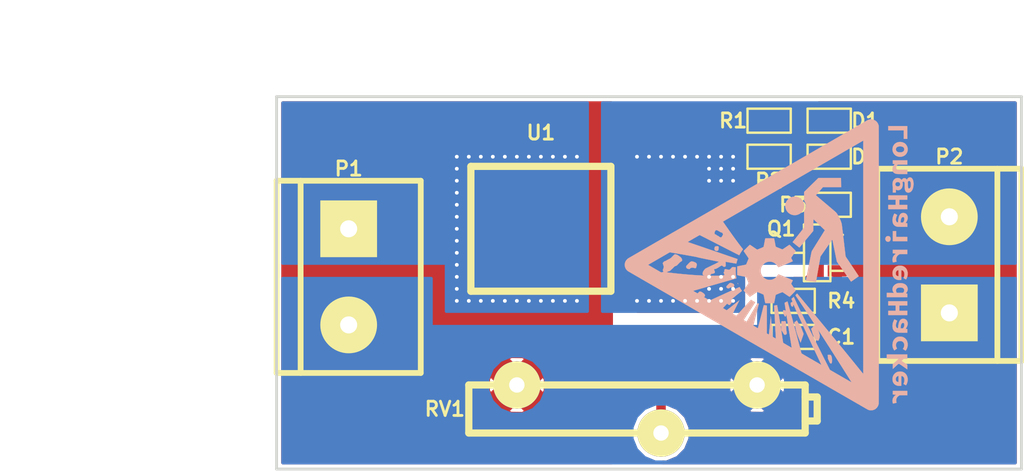
<source format=kicad_pcb>
(kicad_pcb (version 4) (host pcbnew 4.0.4-stable)
  (layers (0 F.Cu signal) (31 B.Cu signal hide) (34 B.Paste user) (35 F.Paste user) (36 B.SilkS user) (37 F.SilkS user) (38 B.Mask user) (39 F.Mask user) (44 Edge.Cuts user))
  (net 0 "")
  (net 1 VCC)
  (net 2 GND)
  (net 3 "Net-(D1-Pad1)")
  (net 4 "Net-(D2-Pad1)")
  (net 5 "Net-(P2-Pad2)")
  (net 6 "Net-(R3-Pad1)")
  (net 7 "Net-(Q1-Pad2)")
  (net 8 "Net-(Q1-Pad3)")
  (net 9 "Net-(C1-Pad1)")
  (module connect:bornier2 (layer F.Cu) (at 162.56 73.66 90)
    (fp_text reference P2 (at 5.715 0 180) (layer F.SilkS) (effects (font (size 0.75 0.75))))
    (fp_text value CONN_2 hide)
    (pad 1 thru_hole rect (at -2.54 0 90) (size 3 3) (drill 0.9) (layers *.Cu *.Mask F.SilkS) (net 2 GND))
    (pad 2 thru_hole circle (at 2.54 0 90) (size 3 3) (drill 0.9) (layers *.Cu *.Mask F.SilkS) (net 5 "Net-(P2-Pad2)"))
  )
  (module libcms:SM0603 (layer F.Cu) (at 156.21 66.04)
    (fp_text reference D1 (at 1.905 0) (layer F.SilkS) (effects (font (size 0.75 0.75))))
    (fp_text value LED hide)
    (pad 1 smd rect (at -0.762 0) (size 0.635 1.143) (layers F.Cu F.Paste F.Mask) (net 3 "Net-(D1-Pad1)"))
    (pad 2 smd rect (at 0.762 0) (size 0.635 1.143) (layers F.Cu F.Paste F.Mask) (net 2 GND))
  )
  (module libcms:SM0603 (layer F.Cu) (at 156.21 67.945)
    (fp_text reference D2 (at 1.905 0) (layer F.SilkS) (effects (font (size 0.75 0.75))))
    (fp_text value LED hide)
    (pad 1 smd rect (at -0.762 0) (size 0.635 1.143) (layers F.Cu F.Paste F.Mask) (net 4 "Net-(D2-Pad1)"))
    (pad 2 smd rect (at 0.762 0) (size 0.635 1.143) (layers F.Cu F.Paste F.Mask) (net 2 GND))
  )
  (module connect:bornier2 (layer F.Cu) (at 130.81 74.295 270)
    (fp_text reference P1 (at -5.715 0 360) (layer F.SilkS) (effects (font (size 0.75 0.75))))
    (fp_text value CONN_2 hide)
    (pad 1 thru_hole rect (at -2.54 0 270) (size 3 3) (drill 0.9) (layers *.Cu *.Mask F.SilkS) (net 1 VCC))
    (pad 2 thru_hole circle (at 2.54 0 270) (size 3 3) (drill 0.9) (layers *.Cu *.Mask F.SilkS) (net 2 GND))
  )
  (module libcms:SM0603 (layer F.Cu) (at 153.035 66.04)
    (fp_text reference R1 (at -1.905 0) (layer F.SilkS) (effects (font (size 0.75 0.75))))
    (fp_text value R hide)
    (pad 1 smd rect (at -0.762 0) (size 0.635 1.143) (layers F.Cu F.Paste F.Mask) (net 1 VCC))
    (pad 2 smd rect (at 0.762 0) (size 0.635 1.143) (layers F.Cu F.Paste F.Mask) (net 3 "Net-(D1-Pad1)"))
  )
  (module libcms:SM0603 (layer F.Cu) (at 153.035 67.945)
    (fp_text reference R2 (at 0 1.27) (layer F.SilkS) (effects (font (size 0.75 0.75))))
    (fp_text value R hide)
    (pad 1 smd rect (at -0.762 0) (size 0.635 1.143) (layers F.Cu F.Paste F.Mask) (net 5 "Net-(P2-Pad2)"))
    (pad 2 smd rect (at 0.762 0) (size 0.635 1.143) (layers F.Cu F.Paste F.Mask) (net 4 "Net-(D2-Pad1)"))
  )
  (module libcms:SM0603 (layer F.Cu) (at 154.305 75.565)
    (fp_text reference R4 (at 2.54 0) (layer F.SilkS) (effects (font (size 0.75 0.75))))
    (fp_text value 4.7k hide)
    (pad 1 smd rect (at -0.762 0) (size 0.635 1.143) (layers F.Cu F.Paste F.Mask) (net 9 "Net-(C1-Pad1)"))
    (pad 2 smd rect (at 0.762 0) (size 0.635 1.143) (layers F.Cu F.Paste F.Mask) (net 7 "Net-(Q1-Pad2)"))
  )
  (module to252-5:TO252-5L (layer F.Cu) (at 140.97 71.755 90)
    (fp_text reference U1 (at 5.08 0 180) (layer F.SilkS) (effects (font (size 0.75 0.75))))
    (fp_text value BTS6143 hide)
    (pad 3 smd rect (at 0 0 90) (size 6.25094 6.79958) (layers F.Cu F.Paste F.Mask) (net 1 VCC) (clearance 0.14986))
    (pad 1 smd rect (at -2.54 6.59892 90) (size 0.81026 2.99974) (layers F.Cu F.Paste F.Mask) (net 5 "Net-(P2-Pad2)"))
    (pad 2 smd rect (at -1.27 6.59892 90) (size 0.81026 2.99974) (layers F.Cu F.Paste F.Mask) (net 8 "Net-(Q1-Pad3)"))
    (pad 4 smd rect (at 1.27 6.59892 90) (size 0.81026 2.99974) (layers F.Cu F.Paste F.Mask) (net 6 "Net-(R3-Pad1)"))
    (pad 5 smd rect (at 2.54 6.59892 90) (size 0.81026 2.99974) (layers F.Cu F.Paste F.Mask) (net 5 "Net-(P2-Pad2)"))
  )
  (module libcms:SM0603 (layer F.Cu) (at 156.21 70.485)
    (fp_text reference R3 (at -1.905 0) (layer F.SilkS) (effects (font (size 0.75 0.75))))
    (fp_text value R hide)
    (pad 1 smd rect (at -0.762 0) (size 0.635 1.143) (layers F.Cu F.Paste F.Mask) (net 6 "Net-(R3-Pad1)"))
    (pad 2 smd rect (at 0.762 0) (size 0.635 1.143) (layers F.Cu F.Paste F.Mask) (net 2 GND))
  )
  (module misc:trimmer1 (layer F.Cu) (at 146.05 81.28 180)
    (fp_text reference RV1 (at 10.16 0 180) (layer F.SilkS) (effects (font (size 0.75 0.75))))
    (fp_text value 10k hide)
    (pad 1 thru_hole circle (at -6.35 1.27 180) (size 2.49936 2.49936) (drill 0.8128) (layers *.Cu *.Mask F.SilkS) (net 2 GND))
    (pad 2 thru_hole circle (at -1.27 -1.27 180) (size 2.49936 2.49936) (drill 0.8128) (layers *.Cu *.Mask F.SilkS) (net 9 "Net-(C1-Pad1)"))
    (pad 3 thru_hole circle (at 6.35 1.27 180) (size 2.49936 2.49936) (drill 0.8128) (layers *.Cu *.Mask F.SilkS) (net 1 VCC))
  )
  (module misc:sot23BEC (layer F.Cu) (at 155.575 73.025 90)
    (fp_text reference Q1 (at 1.27 -1.905 180) (layer F.SilkS) (effects (font (size 0.75 0.75))))
    (fp_text value "BC 850C" hide)
    (pad 2 smd rect (at -0.9525 1.05664 90) (size 0.59944 1.00076) (layers F.Cu F.Paste F.Mask) (net 7 "Net-(Q1-Pad2)"))
    (pad 3 smd rect (at 0 -1.05664 90) (size 0.59944 1.00076) (layers F.Cu F.Paste F.Mask) (net 8 "Net-(Q1-Pad3)"))
    (pad 1 smd rect (at 0.9525 1.05664 90) (size 0.59944 1.00076) (layers F.Cu F.Paste F.Mask) (net 2 GND))
  )
  (module libcms:SM0603 (layer F.Cu) (at 154.305 77.47)
    (fp_text reference C1 (at 2.54 0) (layer F.SilkS) (effects (font (size 0.75 0.75))))
    (fp_text value 100nf hide)
    (pad 1 smd rect (at -0.762 0) (size 0.635 1.143) (layers F.Cu F.Paste F.Mask) (net 9 "Net-(C1-Pad1)"))
    (pad 2 smd rect (at 0.762 0) (size 0.635 1.143) (layers F.Cu F.Paste F.Mask) (net 2 GND))
  )
  (module misc:logo (layer B.Cu) (at 153.035 73.66 270)
    (fp_text reference G*** hide)
    (fp_text value LOGO hide)
  )
  (gr_line (start 166.37 64.77) (end 127 64.77) (angle 90) (layer Edge.Cuts) (width 0.15))
  (gr_line (start 127 84.455) (end 166.37 84.455) (angle 90) (layer Edge.Cuts) (width 0.15))
  (gr_line (start 127 64.77) (end 127 84.455) (angle 90) (layer Edge.Cuts) (width 0.15))
  (gr_line (start 166.37 64.77) (end 166.37 84.455) (angle 90) (layer Edge.Cuts) (width 0.15))
  (via (at 141.605 75.565) (size 0.6) (drill 0.2) (layers F.Cu B.Cu) (net 1))
  (via (at 140.97 75.565) (size 0.6) (drill 0.2) (layers F.Cu B.Cu) (net 1))
  (via (at 140.335 75.565) (size 0.6) (drill 0.2) (layers F.Cu B.Cu) (net 1))
  (via (at 139.7 75.565) (size 0.6) (drill 0.2) (layers F.Cu B.Cu) (net 1))
  (via (at 139.065 75.565) (size 0.6) (drill 0.2) (layers F.Cu B.Cu) (net 1))
  (via (at 138.43 75.565) (size 0.6) (drill 0.2) (layers F.Cu B.Cu) (net 1))
  (via (at 137.795 75.565) (size 0.6) (drill 0.2) (layers F.Cu B.Cu) (net 1))
  (via (at 137.16 75.565) (size 0.6) (drill 0.2) (layers F.Cu B.Cu) (net 1))
  (via (at 136.525 75.565) (size 0.6) (drill 0.2) (layers F.Cu B.Cu) (net 1))
  (via (at 136.525 74.93) (size 0.6) (drill 0.2) (layers F.Cu B.Cu) (net 1))
  (via (at 136.525 74.295) (size 0.6) (drill 0.2) (layers F.Cu B.Cu) (net 1))
  (via (at 136.525 73.66) (size 0.6) (drill 0.2) (layers F.Cu B.Cu) (net 1))
  (via (at 136.525 73.025) (size 0.6) (drill 0.2) (layers F.Cu B.Cu) (net 1))
  (via (at 136.525 72.39) (size 0.6) (drill 0.2) (layers F.Cu B.Cu) (net 1))
  (via (at 136.525 71.755) (size 0.6) (drill 0.2) (layers F.Cu B.Cu) (net 1))
  (via (at 136.525 71.12) (size 0.6) (drill 0.2) (layers F.Cu B.Cu) (net 1))
  (via (at 136.525 70.485) (size 0.6) (drill 0.2) (layers F.Cu B.Cu) (net 1))
  (via (at 136.525 69.85) (size 0.6) (drill 0.2) (layers F.Cu B.Cu) (net 1))
  (via (at 136.525 69.215) (size 0.6) (drill 0.2) (layers F.Cu B.Cu) (net 1))
  (via (at 136.525 68.58) (size 0.6) (drill 0.2) (layers F.Cu B.Cu) (net 1))
  (via (at 136.525 67.945) (size 0.6) (drill 0.2) (layers F.Cu B.Cu) (net 1))
  (via (at 142.24 75.565) (size 0.6) (drill 0.2) (layers F.Cu B.Cu) (net 1))
  (via (at 142.875 75.565) (size 0.6) (drill 0.2) (layers F.Cu B.Cu) (net 1))
  (segment (start 140.97 75.565) (end 141.605 75.565) (width 0.5) (layer F.Cu) (net 1))
  (segment (start 141.605 75.565) (end 142.24 75.565) (width 0.5) (layer F.Cu) (net 1))
  (segment (start 142.24 75.565) (end 142.875 75.565) (width 0.5) (layer F.Cu) (net 1))
  (segment (start 140.97 71.755) (end 136.525 71.755) (width 0.5) (layer F.Cu) (net 1))
  (segment (start 140.97 75.565) (end 140.97 71.755) (width 0.5) (layer F.Cu) (net 1))
  (segment (start 137.16 67.945) (end 136.525 67.945) (width 0.5) (layer F.Cu) (net 1))
  (segment (start 136.525 67.945) (end 136.525 68.58) (width 0.5) (layer F.Cu) (net 1))
  (segment (start 136.525 68.58) (end 136.525 69.215) (width 0.5) (layer F.Cu) (net 1))
  (segment (start 136.525 69.215) (end 136.525 69.85) (width 0.5) (layer F.Cu) (net 1))
  (segment (start 136.525 69.85) (end 136.525 70.485) (width 0.5) (layer F.Cu) (net 1))
  (segment (start 136.525 70.485) (end 136.525 71.12) (width 0.5) (layer F.Cu) (net 1))
  (segment (start 136.525 71.12) (end 136.525 71.755) (width 0.5) (layer F.Cu) (net 1))
  (via (at 137.16 67.945) (size 0.6) (drill 0.2) (layers F.Cu B.Cu) (net 1))
  (segment (start 137.16 67.945) (end 137.795 67.945) (width 0.5) (layer F.Cu) (net 1))
  (segment (start 138.43 67.945) (end 137.795 67.945) (width 0.5) (layer F.Cu) (net 1))
  (segment (start 139.065 67.945) (end 138.43 67.945) (width 0.5) (layer F.Cu) (net 1))
  (segment (start 139.7 67.945) (end 139.065 67.945) (width 0.5) (layer F.Cu) (net 1))
  (segment (start 140.335 67.945) (end 139.7 67.945) (width 0.5) (layer F.Cu) (net 1))
  (segment (start 140.97 67.945) (end 140.335 67.945) (width 0.5) (layer F.Cu) (net 1))
  (via (at 140.97 67.945) (size 0.6) (drill 0.2) (layers F.Cu B.Cu) (net 1))
  (via (at 140.335 67.945) (size 0.6) (drill 0.2) (layers F.Cu B.Cu) (net 1))
  (via (at 139.7 67.945) (size 0.6) (drill 0.2) (layers F.Cu B.Cu) (net 1))
  (via (at 139.065 67.945) (size 0.6) (drill 0.2) (layers F.Cu B.Cu) (net 1))
  (via (at 138.43 67.945) (size 0.6) (drill 0.2) (layers F.Cu B.Cu) (net 1))
  (via (at 137.795 67.945) (size 0.6) (drill 0.2) (layers F.Cu B.Cu) (net 1))
  (segment (start 140.97 67.945) (end 140.97 71.755) (width 0.5) (layer F.Cu) (net 1))
  (segment (start 136.525 75.565) (end 137.16 75.565) (width 0.5) (layer F.Cu) (net 1))
  (segment (start 137.16 75.565) (end 137.795 75.565) (width 0.5) (layer F.Cu) (net 1))
  (segment (start 137.795 75.565) (end 138.43 75.565) (width 0.5) (layer F.Cu) (net 1))
  (segment (start 138.43 75.565) (end 139.065 75.565) (width 0.5) (layer F.Cu) (net 1))
  (segment (start 139.065 75.565) (end 139.7 75.565) (width 0.5) (layer F.Cu) (net 1))
  (segment (start 139.7 75.565) (end 140.335 75.565) (width 0.5) (layer F.Cu) (net 1))
  (segment (start 140.335 75.565) (end 140.97 75.565) (width 0.5) (layer F.Cu) (net 1))
  (segment (start 136.525 71.755) (end 136.525 72.39) (width 0.5) (layer F.Cu) (net 1))
  (segment (start 136.525 72.39) (end 136.525 73.025) (width 0.5) (layer F.Cu) (net 1))
  (segment (start 136.525 73.025) (end 136.525 73.66) (width 0.5) (layer F.Cu) (net 1))
  (segment (start 136.525 73.66) (end 136.525 74.295) (width 0.5) (layer F.Cu) (net 1))
  (segment (start 136.525 74.295) (end 136.525 74.93) (width 0.5) (layer F.Cu) (net 1))
  (segment (start 136.525 74.93) (end 136.525 75.565) (width 0.5) (layer F.Cu) (net 1))
  (via (at 141.605 67.945) (size 0.6) (drill 0.2) (layers F.Cu B.Cu) (net 1))
  (via (at 142.24 67.945) (size 0.6) (drill 0.2) (layers F.Cu B.Cu) (net 1))
  (via (at 142.875 67.945) (size 0.6) (drill 0.2) (layers F.Cu B.Cu) (net 1))
  (segment (start 140.97 67.945) (end 141.605 67.945) (width 0.5) (layer F.Cu) (net 1))
  (segment (start 141.605 67.945) (end 142.24 67.945) (width 0.5) (layer F.Cu) (net 1))
  (segment (start 142.24 67.945) (end 142.875 67.945) (width 0.5) (layer F.Cu) (net 1))
  (segment (start 152.273 66.04) (end 142.24 66.04) (width 0.5) (layer F.Cu) (net 1))
  (segment (start 140.97 67.31) (end 140.97 67.945) (width 0.5) (layer F.Cu) (net 1))
  (segment (start 142.24 66.04) (end 140.97 67.31) (width 0.5) (layer F.Cu) (net 1))
  (segment (start 153.797 66.04) (end 155.448 66.04) (width 0.75) (layer F.Cu) (net 3))
  (segment (start 153.797 67.945) (end 155.448 67.945) (width 0.75) (layer F.Cu) (net 4))
  (via (at 150.495 69.215) (size 0.6) (drill 0.2) (layers F.Cu B.Cu) (net 5))
  (via (at 149.86 69.215) (size 0.6) (drill 0.2) (layers F.Cu B.Cu) (net 5))
  (via (at 149.86 74.295) (size 0.6) (drill 0.2) (layers F.Cu B.Cu) (net 5))
  (segment (start 151.13 74.93) (end 151.13 74.295) (width 0.5) (layer F.Cu) (net 5))
  (segment (start 150.495 74.295) (end 151.13 74.295) (width 0.5) (layer F.Cu) (net 5))
  (segment (start 150.495 74.295) (end 149.86 74.295) (width 0.5) (layer F.Cu) (net 5))
  (via (at 151.13 74.93) (size 0.6) (drill 0.2) (layers F.Cu B.Cu) (net 5))
  (via (at 151.13 74.295) (size 0.6) (drill 0.2) (layers F.Cu B.Cu) (net 5))
  (via (at 150.495 74.295) (size 0.6) (drill 0.2) (layers F.Cu B.Cu) (net 5))
  (via (at 149.86 74.93) (size 0.6) (drill 0.2) (layers F.Cu B.Cu) (net 5))
  (segment (start 149.86 74.93) (end 150.495 74.93) (width 0.5) (layer F.Cu) (net 5))
  (segment (start 150.495 74.93) (end 151.13 74.93) (width 0.5) (layer F.Cu) (net 5))
  (via (at 150.495 74.93) (size 0.6) (drill 0.2) (layers F.Cu B.Cu) (net 5))
  (via (at 151.13 75.565) (size 0.6) (drill 0.2) (layers F.Cu B.Cu) (net 5))
  (via (at 150.495 75.565) (size 0.6) (drill 0.2) (layers F.Cu B.Cu) (net 5))
  (via (at 149.86 75.565) (size 0.6) (drill 0.2) (layers F.Cu B.Cu) (net 5))
  (via (at 149.225 75.565) (size 0.6) (drill 0.2) (layers F.Cu B.Cu) (net 5))
  (via (at 148.59 75.565) (size 0.6) (drill 0.2) (layers F.Cu B.Cu) (net 5))
  (segment (start 148.59 75.565) (end 149.225 75.565) (width 0.5) (layer F.Cu) (net 5))
  (segment (start 149.225 75.565) (end 149.86 75.565) (width 0.5) (layer F.Cu) (net 5))
  (segment (start 149.86 75.565) (end 150.495 75.565) (width 0.5) (layer F.Cu) (net 5))
  (segment (start 151.13 75.565) (end 150.495 75.565) (width 0.5) (layer F.Cu) (net 5))
  (via (at 147.32 75.565) (size 0.6) (drill 0.2) (layers F.Cu B.Cu) (net 5))
  (via (at 147.955 75.565) (size 0.6) (drill 0.2) (layers F.Cu B.Cu) (net 5))
  (segment (start 147.955 75.565) (end 147.32 75.565) (width 0.5) (layer F.Cu) (net 5))
  (segment (start 147.955 75.565) (end 148.59 75.565) (width 0.5) (layer F.Cu) (net 5))
  (segment (start 151.13 74.93) (end 151.13 75.565) (width 0.5) (layer F.Cu) (net 5))
  (via (at 151.13 69.215) (size 0.6) (drill 0.2) (layers F.Cu B.Cu) (net 5))
  (via (at 151.13 68.58) (size 0.6) (drill 0.2) (layers F.Cu B.Cu) (net 5))
  (via (at 150.495 68.58) (size 0.6) (drill 0.2) (layers F.Cu B.Cu) (net 5))
  (segment (start 149.86 69.215) (end 150.495 69.215) (width 0.5) (layer F.Cu) (net 5))
  (segment (start 150.495 69.215) (end 151.13 69.215) (width 0.5) (layer F.Cu) (net 5))
  (segment (start 151.13 69.215) (end 151.13 68.58) (width 0.5) (layer F.Cu) (net 5))
  (segment (start 150.495 68.58) (end 151.13 68.58) (width 0.5) (layer F.Cu) (net 5))
  (segment (start 149.86 68.58) (end 150.495 68.58) (width 0.5) (layer F.Cu) (net 5))
  (via (at 149.86 68.58) (size 0.6) (drill 0.2) (layers F.Cu B.Cu) (net 5))
  (segment (start 151.13 68.58) (end 151.13 67.945) (width 0.5) (layer F.Cu) (net 5))
  (via (at 151.13 67.945) (size 0.6) (drill 0.2) (layers F.Cu B.Cu) (net 5))
  (segment (start 151.13 67.945) (end 150.495 67.945) (width 0.5) (layer F.Cu) (net 5))
  (segment (start 149.86 67.945) (end 150.495 67.945) (width 0.5) (layer F.Cu) (net 5))
  (segment (start 149.225 67.945) (end 149.86 67.945) (width 0.5) (layer F.Cu) (net 5))
  (segment (start 148.59 67.945) (end 149.225 67.945) (width 0.5) (layer F.Cu) (net 5))
  (segment (start 147.955 67.945) (end 148.59 67.945) (width 0.5) (layer F.Cu) (net 5))
  (segment (start 147.32 67.945) (end 147.955 67.945) (width 0.5) (layer F.Cu) (net 5))
  (via (at 147.32 67.945) (size 0.6) (drill 0.2) (layers F.Cu B.Cu) (net 5))
  (via (at 147.955 67.945) (size 0.6) (drill 0.2) (layers F.Cu B.Cu) (net 5))
  (via (at 148.59 67.945) (size 0.6) (drill 0.2) (layers F.Cu B.Cu) (net 5))
  (via (at 149.225 67.945) (size 0.6) (drill 0.2) (layers F.Cu B.Cu) (net 5))
  (via (at 149.86 67.945) (size 0.6) (drill 0.2) (layers F.Cu B.Cu) (net 5))
  (via (at 150.495 67.945) (size 0.6) (drill 0.2) (layers F.Cu B.Cu) (net 5))
  (via (at 146.685 75.565) (size 0.6) (drill 0.2) (layers F.Cu B.Cu) (net 5))
  (segment (start 146.685 75.565) (end 147.32 75.565) (width 0.5) (layer F.Cu) (net 5))
  (via (at 146.05 75.565) (size 0.6) (drill 0.2) (layers F.Cu B.Cu) (net 5))
  (segment (start 146.05 75.565) (end 146.685 75.565) (width 0.5) (layer F.Cu) (net 5))
  (segment (start 147.56892 75.31608) (end 147.32 75.565) (width 0.5) (layer F.Cu) (net 5))
  (segment (start 147.56892 74.295) (end 147.56892 75.31608) (width 0.5) (layer F.Cu) (net 5))
  (segment (start 149.86 69.215) (end 147.56892 69.215) (width 0.5) (layer F.Cu) (net 5))
  (via (at 146.685 67.945) (size 0.6) (drill 0.2) (layers F.Cu B.Cu) (net 5))
  (via (at 146.05 67.945) (size 0.6) (drill 0.2) (layers F.Cu B.Cu) (net 5))
  (segment (start 146.05 67.945) (end 146.685 67.945) (width 0.5) (layer F.Cu) (net 5))
  (segment (start 146.685 67.945) (end 147.32 67.945) (width 0.5) (layer F.Cu) (net 5))
  (segment (start 147.56892 68.19392) (end 147.32 67.945) (width 0.5) (layer F.Cu) (net 5))
  (segment (start 147.56892 68.19392) (end 147.56892 69.215) (width 0.5) (layer F.Cu) (net 5))
  (segment (start 147.56892 70.485) (end 155.448 70.485) (width 0.5) (layer F.Cu) (net 6))
  (segment (start 156.63164 73.9775) (end 156.63164 75.14336) (width 0.5) (layer F.Cu) (net 7))
  (segment (start 156.21 75.565) (end 155.067 75.565) (width 0.5) (layer F.Cu) (net 7))
  (segment (start 156.63164 75.14336) (end 156.21 75.565) (width 0.5) (layer F.Cu) (net 7))
  (segment (start 147.56892 73.025) (end 154.51836 73.025) (width 0.5) (layer F.Cu) (net 8))
  (segment (start 153.543 77.47) (end 149.225 77.47) (width 0.5) (layer F.Cu) (net 9))
  (segment (start 147.32 79.375) (end 149.225 77.47) (width 0.5) (layer F.Cu) (net 9))
  (segment (start 147.32 79.375) (end 147.32 82.55) (width 0.5) (layer F.Cu) (net 9))
  (segment (start 153.543 75.565) (end 153.543 77.47) (width 0.5) (layer F.Cu) (net 9))
  (zone (net 1) (net_name VCC) (layer F.Cu) (connect_pads (clearance 0.17)) (min_thickness 0.17) (fill yes (arc_segments 16) (thermal_gap 0.17) (thermal_bridge_width 2))
    (polygon (pts (xy 127 64.77) (xy 127 84.455) (xy 144.78 84.455) (xy 144.78 64.77)))
  )
  (zone (net 5) (net_name "Net-(P2-Pad2)") (layer B.Cu) (connect_pads (clearance 0.17)) (min_thickness 0.17) (fill yes (arc_segments 16) (thermal_gap 0.17) (thermal_bridge_width 2))
    (polygon (pts (xy 166.37 73.66) (xy 151.765 73.66) (xy 151.765 76.2) (xy 144.145 76.2) (xy 144.145 64.77) (xy 166.37 64.77)))
  )
  (zone (net 1) (net_name VCC) (layer B.Cu) (connect_pads (clearance 0.17)) (min_thickness 0.17) (fill yes (arc_segments 16) (thermal_gap 0.17) (thermal_bridge_width 2))
    (polygon (pts (xy 127 64.77) (xy 143.51 64.77) (xy 143.51 76.2) (xy 135.89 76.2) (xy 135.89 73.66) (xy 127 73.66)))
  )
  (zone (net 2) (net_name GND) (layer B.Cu) (connect_pads (clearance 0.17)) (min_thickness 0.17) (fill yes (arc_segments 16) (thermal_gap 0.17) (thermal_bridge_width 2))
    (polygon (pts (xy 127 74.295) (xy 135.255 74.295) (xy 135.255 76.835) (xy 152.4 76.835) (xy 152.4 74.295) (xy 166.37 74.295) (xy 166.37 84.455) (xy 127 84.455)))
  )
  (zone (net 5) (net_name "Net-(P2-Pad2)") (layer F.Cu) (connect_pads (clearance 0.17)) (min_thickness 0.17) (fill yes (arc_segments 16) (thermal_gap 0.17) (thermal_bridge_width 2))
    (polygon (pts (xy 145.415 67.945) (xy 145.415 69.85) (xy 152.4 69.85) (xy 153.035 69.215) (xy 153.035 67.31) (xy 146.05 67.31)))
  )
  (zone (net 5) (net_name "Net-(P2-Pad2)") (layer F.Cu) (connect_pads (clearance 0.17)) (min_thickness 0.17) (fill yes (arc_segments 16) (thermal_gap 0.17) (thermal_bridge_width 2))
    (polygon (pts (xy 145.415 73.66) (xy 151.13 73.66) (xy 151.765 74.295) (xy 151.765 75.565) (xy 151.13 76.2) (xy 146.05 76.2) (xy 145.415 75.565)))
  )
  (zone (net 2) (net_name GND) (layer F.Cu) (connect_pads (clearance 0.17)) (min_thickness 0.17) (fill yes (arc_segments 16) (thermal_gap 0.17) (thermal_bridge_width 2))
    (polygon (pts (xy 147.32 84.455) (xy 147.32 79.375) (xy 149.225 77.47) (xy 153.67 77.47) (xy 153.67 74.93) (xy 154.305 74.295) (xy 154.94 74.295) (xy 155.575 73.66) (xy 155.575 64.77) (xy 166.37 64.77) (xy 166.37 84.455)))
  )
)
</source>
